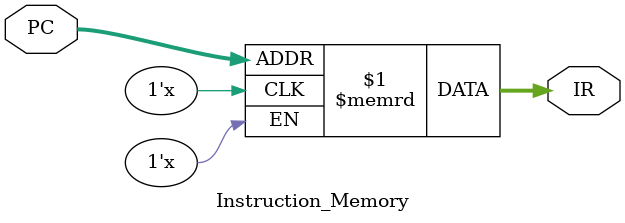
<source format=v>
module Instruction_Memory(PC,IR);
  input [31:0]PC;
  output [31:0]IR;

  reg [31:0] IR_mem[255:0];
  
  assign IR = IR_mem[PC];

 /*initial begin
    $readmemh("memfile.txt",mem,1,21);
  end*/

endmodule

</source>
